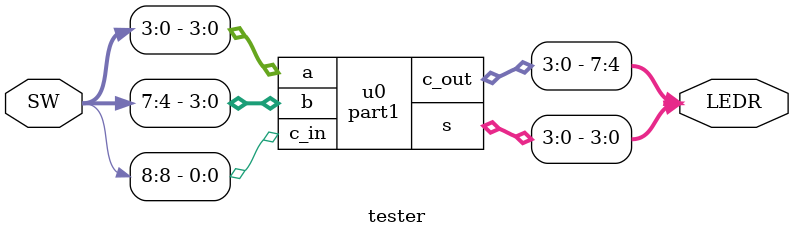
<source format=sv>
module FA(a,b,c_in,s, c_out);
	input logic a,b,c_in;
	output logic s,c_out;
	assign s = a^b^c_in;
	assign c_out = (a&b) | (a&c_in) | (b&c_in);
endmodule

module part1(a,b,c_in,s,c_out);
	input logic [3:0] a;
	input logic [3:0] b;
	input logic c_in;
	output logic [3:0] s;
	output logic [3:0] c_out;
	logic c1, c2, c3, c4;
	
	FA U0(a[0],b[0],c_in,s[0],c1);
	FA U1(a[1],b[1],c1,s[1],c2);
	FA U2(a[2],b[2],c2,s[2],c3);
	FA U3(a[3],b[3],c3,s[3],c4);
	
	assign c_out[0] = c1;
	assign c_out[1] = c2;
	assign c_out[2] = c3;
	assign c_out[3] = c4;
endmodule

module tester(LEDR, SW);
    input logic [9:0] SW;
    output logic [9:0] LEDR;

    part1 u0(
	.a(SW[3:0]),
	.b(SW[7:4]),
	.c_in(SW[8]),
	.s(LEDR[3:0]),
	.c_out(LEDR[7:4])
        );
endmodule

</source>
